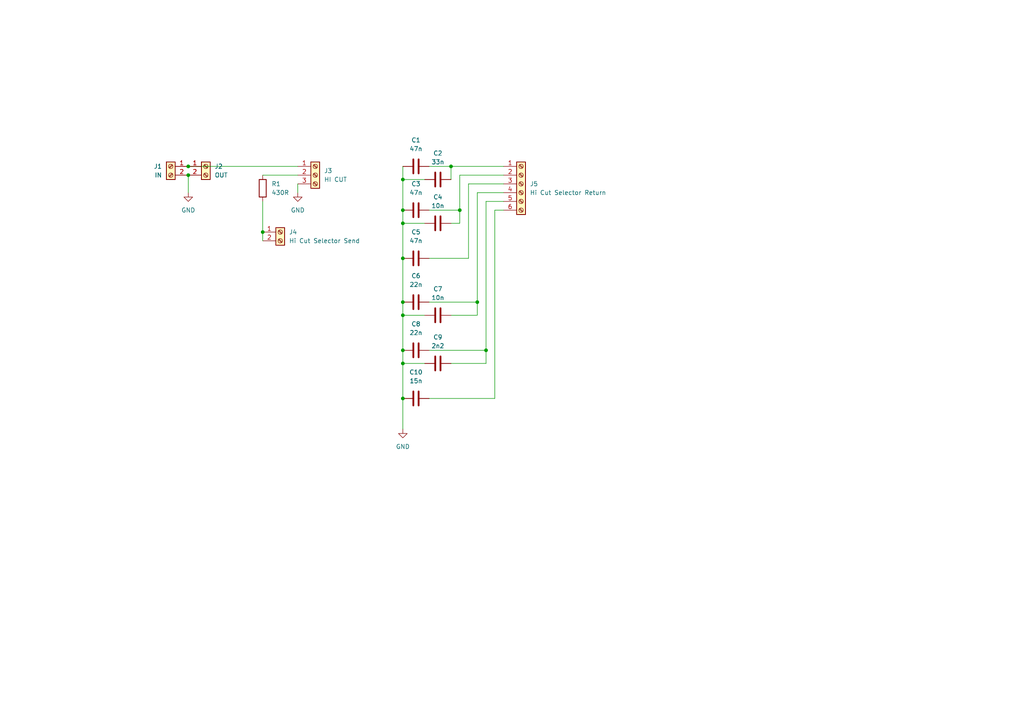
<source format=kicad_sch>
(kicad_sch (version 20231120) (generator "eeschema") (generator_version "8.0")
  (paper "A4")
  (lib_symbols
    (symbol "Connector:Screw_Terminal_01x02" (pin_names (offset 1.016) hide)
      (property "Reference" "J" (at 0 2.54 0))
      (property "Value" "Screw_Terminal_01x02" (at 0 -5.08 0))
      (symbol "Screw_Terminal_01x02_1_1"
        (rectangle (start -1.27 1.27) (end 1.27 -3.81) (stroke (width 0.254)) (fill (type background)))
        (circle (center 0 -2.54) (radius 0.635) (stroke (width 0.1524)))
        (polyline (pts (xy -0.5334 -2.2098) (xy 0.3302 -3.048)) (stroke (width 0.1524)))
        (polyline (pts (xy -0.5334 0.3302) (xy 0.3302 -0.508)) (stroke (width 0.1524)))
        (polyline (pts (xy -0.3556 -2.032) (xy 0.508 -2.8702)) (stroke (width 0.1524)))
        (polyline (pts (xy -0.3556 0.508) (xy 0.508 -0.3302)) (stroke (width 0.1524)))
        (circle (center 0 0) (radius 0.635) (stroke (width 0.1524)))
        (pin passive line (at -5.08 0 0) (length 3.81) (name "Pin_1") (number "1"))
        (pin passive line (at -5.08 -2.54 0) (length 3.81) (name "Pin_2") (number "2"))
      )
    )
    (symbol "Connector:Screw_Terminal_01x03" (pin_names (offset 1.016) hide)
      (property "Reference" "J" (at 0 5.08 0))
      (property "Value" "Screw_Terminal_01x03" (at 0 -5.08 0))
      (symbol "Screw_Terminal_01x03_1_1"
        (rectangle (start -1.27 3.81) (end 1.27 -3.81) (stroke (width 0.254)) (fill (type background)))
        (circle (center 0 -2.54) (radius 0.635) (stroke (width 0.1524)))
        (polyline (pts (xy -0.5334 -2.2098) (xy 0.3302 -3.048)) (stroke (width 0.1524)))
        (polyline (pts (xy -0.5334 0.3302) (xy 0.3302 -0.508)) (stroke (width 0.1524)))
        (polyline (pts (xy -0.5334 2.8702) (xy 0.3302 2.032)) (stroke (width 0.1524)))
        (polyline (pts (xy -0.3556 -2.032) (xy 0.508 -2.8702)) (stroke (width 0.1524)))
        (polyline (pts (xy -0.3556 0.508) (xy 0.508 -0.3302)) (stroke (width 0.1524)))
        (polyline (pts (xy -0.3556 3.048) (xy 0.508 2.2098)) (stroke (width 0.1524)))
        (circle (center 0 0) (radius 0.635) (stroke (width 0.1524)))
        (circle (center 0 2.54) (radius 0.635) (stroke (width 0.1524)))
        (pin passive line (at -5.08 2.54 0) (length 3.81) (name "Pin_1") (number "1"))
        (pin passive line (at -5.08 0 0) (length 3.81) (name "Pin_2") (number "2"))
        (pin passive line (at -5.08 -2.54 0) (length 3.81) (name "Pin_3") (number "3"))
      )
    )
    (symbol "Connector:Screw_Terminal_01x06" (pin_names (offset 1.016) hide)
      (property "Reference" "J" (at 0 7.62 0))
      (property "Value" "Screw_Terminal_01x06" (at 0 -10.16 0))
      (symbol "Screw_Terminal_01x06_1_1"
        (rectangle (start -1.27 6.35) (end 1.27 -8.89) (stroke (width 0.254)) (fill (type background)))
        (circle (center 0 -7.62) (radius 0.635) (stroke (width 0.1524)))
        (circle (center 0 -5.08) (radius 0.635) (stroke (width 0.1524)))
        (circle (center 0 -2.54) (radius 0.635) (stroke (width 0.1524)))
        (polyline (pts (xy -0.5334 -7.2898) (xy 0.3302 -8.128)) (stroke (width 0.1524)))
        (polyline (pts (xy -0.5334 -4.7498) (xy 0.3302 -5.588)) (stroke (width 0.1524)))
        (polyline (pts (xy -0.5334 -2.2098) (xy 0.3302 -3.048)) (stroke (width 0.1524)))
        (polyline (pts (xy -0.5334 0.3302) (xy 0.3302 -0.508)) (stroke (width 0.1524)))
        (polyline (pts (xy -0.5334 2.8702) (xy 0.3302 2.032)) (stroke (width 0.1524)))
        (polyline (pts (xy -0.5334 5.4102) (xy 0.3302 4.572)) (stroke (width 0.1524)))
        (polyline (pts (xy -0.3556 -7.112) (xy 0.508 -7.9502)) (stroke (width 0.1524)))
        (polyline (pts (xy -0.3556 -4.572) (xy 0.508 -5.4102)) (stroke (width 0.1524)))
        (polyline (pts (xy -0.3556 -2.032) (xy 0.508 -2.8702)) (stroke (width 0.1524)))
        (polyline (pts (xy -0.3556 0.508) (xy 0.508 -0.3302)) (stroke (width 0.1524)))
        (polyline (pts (xy -0.3556 3.048) (xy 0.508 2.2098)) (stroke (width 0.1524)))
        (polyline (pts (xy -0.3556 5.588) (xy 0.508 4.7498)) (stroke (width 0.1524)))
        (circle (center 0 0) (radius 0.635) (stroke (width 0.1524)))
        (circle (center 0 2.54) (radius 0.635) (stroke (width 0.1524)))
        (circle (center 0 5.08) (radius 0.635) (stroke (width 0.1524)))
        (pin passive line (at -5.08 5.08 0) (length 3.81) (name "Pin_1") (number "1"))
        (pin passive line (at -5.08 2.54 0) (length 3.81) (name "Pin_2") (number "2"))
        (pin passive line (at -5.08 0 0) (length 3.81) (name "Pin_3") (number "3"))
        (pin passive line (at -5.08 -2.54 0) (length 3.81) (name "Pin_4") (number "4"))
        (pin passive line (at -5.08 -5.08 0) (length 3.81) (name "Pin_5") (number "5"))
        (pin passive line (at -5.08 -7.62 0) (length 3.81) (name "Pin_6") (number "6"))
      )
    )
    (symbol "Device:C" (pin_numbers hide) (pin_names (offset 0.254))
      (property "Reference" "C" (at 0.635 2.54 0))
      (property "Value" "C" (at 0.635 -2.54 0))
      (symbol "C_0_1"
        (polyline (pts (xy -2.032 -0.762) (xy 2.032 -0.762)) (stroke (width 0.508)))
        (polyline (pts (xy -2.032 0.762) (xy 2.032 0.762)) (stroke (width 0.508)))
      )
      (symbol "C_1_1"
        (pin passive line (at 0 3.81 270) (length 2.794) (name "~") (number "1"))
        (pin passive line (at 0 -3.81 90) (length 2.794) (name "~") (number "2"))
      )
    )
    (symbol "Device:R" (pin_numbers hide) (pin_names (offset 0))
      (property "Reference" "R" (at 2.032 0 90))
      (property "Value" "R" (at 0 0 90))
      (symbol "R_0_1"
        (rectangle (start -1.016 -2.54) (end 1.016 2.54) (stroke (width 0.254)))
      )
      (symbol "R_1_1"
        (pin passive line (at 0 3.81 270) (length 1.27) (name "~") (number "1"))
        (pin passive line (at 0 -3.81 90) (length 1.27) (name "~") (number "2"))
      )
    )
    (symbol "power:GND" (power) (pin_numbers hide) (pin_names (offset 0) hide)
      (property "Value" "GND" (at 0 -3.81 0))
      (symbol "GND_0_1"
        (polyline (pts (xy 0 0) (xy 0 -1.27) (xy 1.27 -1.27) (xy 0 -2.54) (xy -1.27 -1.27) (xy 0 -1.27)))
      )
      (symbol "GND_1_1"
        (pin power_in line (at 0 0 270) (length 0) (name "~") (number "1"))
      )
    )
  )
  (junction (at 116.84 115.57))
  (junction (at 116.84 64.77))
  (junction (at 116.84 101.6))
  (junction (at 140.97 101.6))
  (junction (at 130.81 48.26))
  (junction (at 116.84 74.93))
  (junction (at 138.43 87.63))
  (junction (at 116.84 87.63))
  (junction (at 116.84 91.44))
  (junction (at 116.84 105.41))
  (junction (at 133.35 60.96))
  (junction (at 54.61 50.8))
  (junction (at 76.2 67.31))
  (junction (at 116.84 52.07))
  (junction (at 116.84 60.96))
  (junction (at 54.61 48.26))
  (wire (pts (xy 116.84 105.41) (xy 123.19 105.41)))
  (wire (pts (xy 54.61 48.26) (xy 86.36 48.26)))
  (wire (pts (xy 116.84 91.44) (xy 123.19 91.44)))
  (wire (pts (xy 124.46 87.63) (xy 138.43 87.63)))
  (wire (pts (xy 124.46 60.96) (xy 133.35 60.96)))
  (wire (pts (xy 116.84 87.63) (xy 116.84 91.44)))
  (wire (pts (xy 143.51 60.96) (xy 146.05 60.96)))
  (wire (pts (xy 116.84 64.77) (xy 116.84 74.93)))
  (wire (pts (xy 130.81 48.26) (xy 146.05 48.26)))
  (wire (pts (xy 135.89 74.93) (xy 135.89 53.34)))
  (wire (pts (xy 116.84 64.77) (xy 123.19 64.77)))
  (wire (pts (xy 76.2 58.42) (xy 76.2 67.31)))
  (wire (pts (xy 133.35 50.8) (xy 146.05 50.8)))
  (wire (pts (xy 140.97 101.6) (xy 140.97 105.41)))
  (wire (pts (xy 54.61 50.8) (xy 54.61 55.88)))
  (wire (pts (xy 76.2 50.8) (xy 86.36 50.8)))
  (wire (pts (xy 124.46 115.57) (xy 143.51 115.57)))
  (wire (pts (xy 76.2 67.31) (xy 76.2 69.85)))
  (wire (pts (xy 86.36 53.34) (xy 86.36 55.88)))
  (wire (pts (xy 116.84 101.6) (xy 116.84 105.41)))
  (wire (pts (xy 116.84 115.57) (xy 116.84 124.46)))
  (wire (pts (xy 138.43 87.63) (xy 138.43 55.88)))
  (wire (pts (xy 143.51 115.57) (xy 143.51 60.96)))
  (wire (pts (xy 116.84 74.93) (xy 116.84 87.63)))
  (wire (pts (xy 130.81 48.26) (xy 130.81 52.07)))
  (wire (pts (xy 140.97 105.41) (xy 130.81 105.41)))
  (wire (pts (xy 138.43 55.88) (xy 146.05 55.88)))
  (wire (pts (xy 124.46 74.93) (xy 135.89 74.93)))
  (wire (pts (xy 138.43 87.63) (xy 138.43 91.44)))
  (wire (pts (xy 140.97 101.6) (xy 140.97 58.42)))
  (wire (pts (xy 133.35 60.96) (xy 133.35 50.8)))
  (wire (pts (xy 130.81 91.44) (xy 138.43 91.44)))
  (wire (pts (xy 116.84 52.07) (xy 123.19 52.07)))
  (wire (pts (xy 124.46 101.6) (xy 140.97 101.6)))
  (wire (pts (xy 116.84 52.07) (xy 116.84 60.96)))
  (wire (pts (xy 124.46 48.26) (xy 130.81 48.26)))
  (wire (pts (xy 140.97 58.42) (xy 146.05 58.42)))
  (wire (pts (xy 116.84 48.26) (xy 116.84 52.07)))
  (wire (pts (xy 135.89 53.34) (xy 146.05 53.34)))
  (wire (pts (xy 116.84 105.41) (xy 116.84 115.57)))
  (wire (pts (xy 116.84 60.96) (xy 116.84 64.77)))
  (wire (pts (xy 133.35 60.96) (xy 133.35 64.77)))
  (wire (pts (xy 130.81 64.77) (xy 133.35 64.77)))
  (wire (pts (xy 116.84 91.44) (xy 116.84 101.6)))
  (symbol (lib_id "Device:R") (at 76.2 54.61 0) (unit 1)
    (property "Reference" "R1" (at 78.74 53.3399 0) (effects (justify left)))
    (property "Value" "430R" (at 78.74 55.8799 0) (effects (justify left)))
    (property "Footprint" "OL Library:R_Axial_DIN0411_L9.9mm_D3.6mm_P12.70mm_Horizontal Fat Pad" (effects (hide yes)))
    (property "Description" "Resistor" (effects (hide yes)))
  )
  (symbol (lib_id "Device:C") (at 120.65 48.26 90) (unit 1)
    (property "Reference" "C1" (at 120.65 40.64 90))
    (property "Value" "47n" (at 120.65 43.18 90))
    (property "Footprint" "OL Library:C_Rect_L7.0mm_W2.0mm_P5.00mm_Fat_Pad" (effects (hide yes)))
    (property "Description" "Unpolarized capacitor" (effects (hide yes)))
  )
  (symbol (lib_id "power:GND") (at 86.36 55.88 0) (unit 1)
    (property "Reference" "#PWR02" (effects (hide yes)))
    (property "Value" "GND" (at 86.36 60.96 0))
    (property "Description" "Power symbol creates a global label with name \"GND\" , ground" (effects (hide yes)))
  )
  (symbol (lib_id "Device:C") (at 127 105.41 90) (unit 1)
    (property "Reference" "C9" (at 127 97.79 90))
    (property "Value" "2n2" (at 127 100.33 90))
    (property "Footprint" "OL Library:C_Rect_L7.0mm_W2.0mm_P5.00mm_Fat_Pad" (effects (hide yes)))
    (property "Description" "Unpolarized capacitor" (effects (hide yes)))
  )
  (symbol (lib_id "Device:C") (at 127 64.77 90) (unit 1)
    (property "Reference" "C4" (at 127 57.15 90))
    (property "Value" "10n" (at 127 59.69 90))
    (property "Footprint" "OL Library:C_Rect_L7.0mm_W2.0mm_P5.00mm_Fat_Pad" (effects (hide yes)))
    (property "Description" "Unpolarized capacitor" (effects (hide yes)))
  )
  (symbol (lib_id "Connector:Screw_Terminal_01x06") (at 151.13 53.34 0) (unit 1)
    (property "Reference" "J5" (at 153.67 53.3399 0) (effects (justify left)))
    (property "Value" "Hi Cut Selector Return" (at 153.67 55.8799 0) (effects (justify left)))
    (property "Footprint" "OL Library:TerminalBlock_Phoenix_MKDS-1,5-6_1x06_P5.00mm_Horizontal_Fat_Pad" (effects (hide yes)))
    (property "Description" "Generic screw terminal, single row, 01x06, script generated (kicad-library-utils/schlib/autogen/connector/)" (effects (hide yes)))
  )
  (symbol (lib_id "power:GND") (at 116.84 124.46 0) (unit 1)
    (property "Reference" "#PWR03" (effects (hide yes)))
    (property "Value" "GND" (at 116.84 129.54 0))
    (property "Description" "Power symbol creates a global label with name \"GND\" , ground" (effects (hide yes)))
  )
  (symbol (lib_id "Device:C") (at 120.65 101.6 90) (unit 1)
    (property "Reference" "C8" (at 120.65 93.98 90))
    (property "Value" "22n" (at 120.65 96.52 90))
    (property "Footprint" "OL Library:C_Rect_L7.0mm_W2.0mm_P5.00mm_Fat_Pad" (effects (hide yes)))
    (property "Description" "Unpolarized capacitor" (effects (hide yes)))
  )
  (symbol (lib_id "Connector:Screw_Terminal_01x02") (at 49.53 48.26 0) (mirror y) (unit 1)
    (property "Reference" "J1" (at 46.99 48.2599 0) (effects (justify left)))
    (property "Value" "IN" (at 46.99 50.7999 0) (effects (justify left)))
    (property "Footprint" "OL Library:TerminalBlock_Phoenix_MKDS-1,5-2_1x02_P5.00mm_Horizontal Fat Pad" (effects (hide yes)))
    (property "Description" "Generic screw terminal, single row, 01x02, script generated (kicad-library-utils/schlib/autogen/connector/)" (effects (hide yes)))
  )
  (symbol (lib_id "Connector:Screw_Terminal_01x02") (at 59.69 48.26 0) (unit 1)
    (property "Reference" "J2" (at 62.23 48.2599 0) (effects (justify left)))
    (property "Value" "OUT" (at 62.23 50.7999 0) (effects (justify left)))
    (property "Footprint" "OL Library:TerminalBlock_Phoenix_MKDS-1,5-2_1x02_P5.00mm_Horizontal Fat Pad" (effects (hide yes)))
    (property "Description" "Generic screw terminal, single row, 01x02, script generated (kicad-library-utils/schlib/autogen/connector/)" (effects (hide yes)))
  )
  (symbol (lib_id "Device:C") (at 127 52.07 90) (unit 1)
    (property "Reference" "C2" (at 127 44.45 90))
    (property "Value" "33n" (at 127 46.99 90))
    (property "Footprint" "OL Library:C_Rect_L7.0mm_W2.0mm_P5.00mm_Fat_Pad" (effects (hide yes)))
    (property "Description" "Unpolarized capacitor" (effects (hide yes)))
  )
  (symbol (lib_id "Device:C") (at 120.65 115.57 90) (unit 1)
    (property "Reference" "C10" (at 120.65 107.95 90))
    (property "Value" "15n" (at 120.65 110.49 90))
    (property "Footprint" "OL Library:C_Rect_L7.0mm_W2.0mm_P5.00mm_Fat_Pad" (effects (hide yes)))
    (property "Description" "Unpolarized capacitor" (effects (hide yes)))
  )
  (symbol (lib_id "power:GND") (at 54.61 55.88 0) (unit 1)
    (property "Reference" "#PWR01" (effects (hide yes)))
    (property "Value" "GND" (at 54.61 60.96 0))
    (property "Description" "Power symbol creates a global label with name \"GND\" , ground" (effects (hide yes)))
  )
  (symbol (lib_id "Connector:Screw_Terminal_01x03") (at 91.44 50.8 0) (unit 1)
    (property "Reference" "J3" (at 93.98 49.5299 0) (effects (justify left)))
    (property "Value" "HI CUT" (at 93.98 52.0699 0) (effects (justify left)))
    (property "Footprint" "OL Library:TerminalBlock_Phoenix_MKDS-1,5-3_1x03_P5.00mm_Horizontal Fat Pad" (effects (hide yes)))
    (property "Description" "Generic screw terminal, single row, 01x03, script generated (kicad-library-utils/schlib/autogen/connector/)" (effects (hide yes)))
  )
  (symbol (lib_id "Device:C") (at 120.65 87.63 90) (unit 1)
    (property "Reference" "C6" (at 120.65 80.01 90))
    (property "Value" "22n" (at 120.65 82.55 90))
    (property "Footprint" "OL Library:C_Rect_L7.0mm_W2.0mm_P5.00mm_Fat_Pad" (effects (hide yes)))
    (property "Description" "Unpolarized capacitor" (effects (hide yes)))
  )
  (symbol (lib_id "Device:C") (at 120.65 60.96 90) (unit 1)
    (property "Reference" "C3" (at 120.65 53.34 90))
    (property "Value" "47n" (at 120.65 55.88 90))
    (property "Footprint" "OL Library:C_Rect_L7.0mm_W2.0mm_P5.00mm_Fat_Pad" (effects (hide yes)))
    (property "Description" "Unpolarized capacitor" (effects (hide yes)))
  )
  (symbol (lib_id "Connector:Screw_Terminal_01x02") (at 81.28 67.31 0) (unit 1)
    (property "Reference" "J4" (at 83.82 67.3099 0) (effects (justify left)))
    (property "Value" "Hi Cut Selector Send" (at 83.82 69.8499 0) (effects (justify left)))
    (property "Footprint" "OL Library:TerminalBlock_Phoenix_MKDS-1,5-2_1x02_P5.00mm_Horizontal Fat Pad" (effects (hide yes)))
    (property "Description" "Generic screw terminal, single row, 01x02, script generated (kicad-library-utils/schlib/autogen/connector/)" (effects (hide yes)))
  )
  (symbol (lib_id "Device:C") (at 127 91.44 90) (unit 1)
    (property "Reference" "C7" (at 127 83.82 90))
    (property "Value" "10n" (at 127 86.36 90))
    (property "Footprint" "OL Library:C_Rect_L7.0mm_W2.0mm_P5.00mm_Fat_Pad" (effects (hide yes)))
    (property "Description" "Unpolarized capacitor" (effects (hide yes)))
  )
  (symbol (lib_id "Device:C") (at 120.65 74.93 90) (unit 1)
    (property "Reference" "C5" (at 120.65 67.31 90))
    (property "Value" "47n" (at 120.65 69.85 90))
    (property "Footprint" "OL Library:C_Rect_L7.0mm_W2.0mm_P5.00mm_Fat_Pad" (effects (hide yes)))
    (property "Description" "Unpolarized capacitor" (effects (hide yes)))
  )
)
</source>
